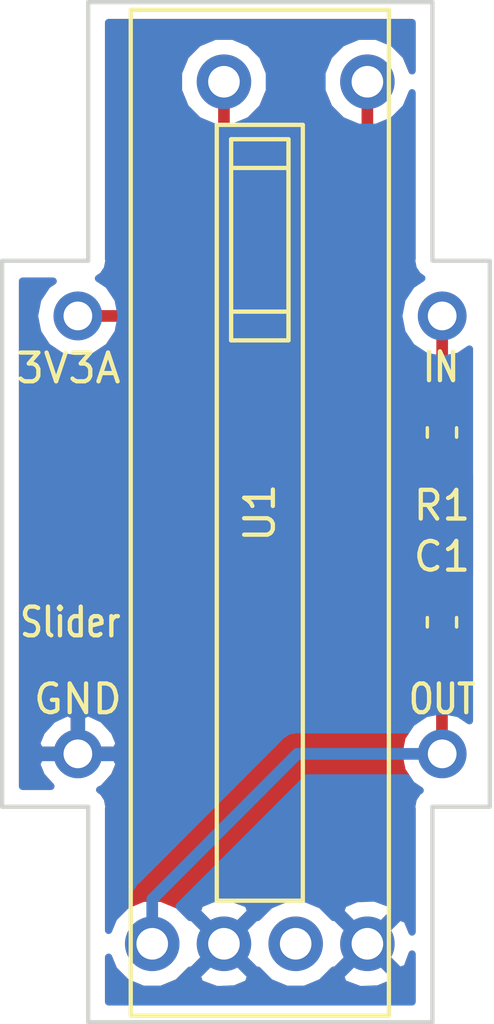
<source format=kicad_pcb>
(kicad_pcb (version 20171130) (host pcbnew "(5.0.0-3-g5ebb6b6)")

  (general
    (thickness 1.6)
    (drawings 17)
    (tracks 13)
    (zones 0)
    (modules 7)
    (nets 7)
  )

  (page A4)
  (layers
    (0 F.Cu signal)
    (31 B.Cu signal)
    (32 B.Adhes user)
    (33 F.Adhes user)
    (34 B.Paste user)
    (35 F.Paste user)
    (36 B.SilkS user)
    (37 F.SilkS user)
    (38 B.Mask user)
    (39 F.Mask user)
    (40 Dwgs.User user)
    (41 Cmts.User user)
    (42 Eco1.User user)
    (43 Eco2.User user)
    (44 Edge.Cuts user)
    (45 Margin user)
    (46 B.CrtYd user hide)
    (47 F.CrtYd user hide)
    (48 B.Fab user hide)
    (49 F.Fab user hide)
  )

  (setup
    (last_trace_width 0.4064)
    (user_trace_width 0.1524)
    (user_trace_width 0.254)
    (user_trace_width 0.4064)
    (user_trace_width 0.635)
    (trace_clearance 0.1524)
    (zone_clearance 0.508)
    (zone_45_only no)
    (trace_min 0.1524)
    (segment_width 0.2)
    (edge_width 0.15)
    (via_size 0.6858)
    (via_drill 0.3048)
    (via_min_size 0.6858)
    (via_min_drill 0.3048)
    (uvia_size 0.3048)
    (uvia_drill 0.1524)
    (uvias_allowed no)
    (uvia_min_size 0.2)
    (uvia_min_drill 0.1)
    (pcb_text_width 0.3)
    (pcb_text_size 1.5 1.5)
    (mod_edge_width 0.15)
    (mod_text_size 1 1)
    (mod_text_width 0.15)
    (pad_size 1.7 1.7)
    (pad_drill 1)
    (pad_to_mask_clearance 0.2)
    (aux_axis_origin 0 0)
    (visible_elements FFFFFF7F)
    (pcbplotparams
      (layerselection 0x010fc_ffffffff)
      (usegerberextensions false)
      (usegerberattributes false)
      (usegerberadvancedattributes false)
      (creategerberjobfile false)
      (excludeedgelayer true)
      (linewidth 0.100000)
      (plotframeref false)
      (viasonmask false)
      (mode 1)
      (useauxorigin false)
      (hpglpennumber 1)
      (hpglpenspeed 20)
      (hpglpendiameter 15.000000)
      (psnegative false)
      (psa4output false)
      (plotreference true)
      (plotvalue true)
      (plotinvisibletext false)
      (padsonsilk false)
      (subtractmaskfromsilk false)
      (outputformat 1)
      (mirror false)
      (drillshape 1)
      (scaleselection 1)
      (outputdirectory ""))
  )

  (net 0 "")
  (net 1 GND)
  (net 2 +3V3)
  (net 3 OUT)
  (net 4 IN)
  (net 5 "Net-(R1-Pad2)")
  (net 6 "Net-(U1-Pad3)")

  (net_class Default "This is the default net class."
    (clearance 0.1524)
    (trace_width 0.1524)
    (via_dia 0.6858)
    (via_drill 0.3048)
    (uvia_dia 0.3048)
    (uvia_drill 0.1524)
    (diff_pair_gap 0.1524)
    (diff_pair_width 0.1524)
    (add_net +3V3)
    (add_net GND)
    (add_net IN)
    (add_net "Net-(R1-Pad2)")
    (add_net "Net-(U1-Pad3)")
    (add_net OUT)
  )

  (module Connector_PinHeader_2.54mm:PinHeader_1x01_P2.54mm_Vertical (layer B.Cu) (tedit 5FD66A3E) (tstamp 5FD72563)
    (at 116.34 73.16 90)
    (descr "Through hole straight pin header, 1x01, 2.54mm pitch, single row")
    (tags "Through hole pin header THT 1x01 2.54mm single row")
    (path /5FD66DA8)
    (fp_text reference J1 (at 0 2.33 90) (layer B.SilkS) hide
      (effects (font (size 1 1) (thickness 0.15)) (justify mirror))
    )
    (fp_text value OUT (at 0 -2.33 90) (layer B.Fab)
      (effects (font (size 1 1) (thickness 0.15)) (justify mirror))
    )
    (fp_line (start -0.635 1.27) (end 1.27 1.27) (layer B.Fab) (width 0.1))
    (fp_line (start 1.27 1.27) (end 1.27 -1.27) (layer B.Fab) (width 0.1))
    (fp_line (start 1.27 -1.27) (end -1.27 -1.27) (layer B.Fab) (width 0.1))
    (fp_line (start -1.27 -1.27) (end -1.27 0.635) (layer B.Fab) (width 0.1))
    (fp_line (start -1.27 0.635) (end -0.635 1.27) (layer B.Fab) (width 0.1))
    (fp_line (start -1.8 1.8) (end -1.8 -1.8) (layer B.CrtYd) (width 0.05))
    (fp_line (start -1.8 -1.8) (end 1.8 -1.8) (layer B.CrtYd) (width 0.05))
    (fp_line (start 1.8 -1.8) (end 1.8 1.8) (layer B.CrtYd) (width 0.05))
    (fp_line (start 1.8 1.8) (end -1.8 1.8) (layer B.CrtYd) (width 0.05))
    (fp_text user %R (at 0 0) (layer B.Fab)
      (effects (font (size 1 1) (thickness 0.15)) (justify mirror))
    )
    (pad 1 thru_hole oval (at 0 0 90) (size 1.7 1.7) (drill 1) (layers *.Cu *.Mask)
      (net 3 OUT))
    (model ${KISYS3DMOD}/Connector_PinHeader_2.54mm.3dshapes/PinHeader_1x01_P2.54mm_Vertical.wrl
      (at (xyz 0 0 0))
      (scale (xyz 1 1 1))
      (rotate (xyz 0 0 0))
    )
  )

  (module Connector_PinHeader_2.54mm:PinHeader_1x01_P2.54mm_Vertical (layer B.Cu) (tedit 5FD668A8) (tstamp 5FD7258B)
    (at 103.64 73.16)
    (descr "Through hole straight pin header, 1x01, 2.54mm pitch, single row")
    (tags "Through hole pin header THT 1x01 2.54mm single row")
    (path /5FD67065)
    (fp_text reference J4 (at 0 2.33) (layer B.SilkS) hide
      (effects (font (size 1 1) (thickness 0.15)) (justify mirror))
    )
    (fp_text value GND (at 0 -2.33) (layer B.Fab)
      (effects (font (size 1 1) (thickness 0.15)) (justify mirror))
    )
    (fp_text user %R (at 0 0 -90) (layer B.Fab)
      (effects (font (size 1 1) (thickness 0.15)) (justify mirror))
    )
    (fp_line (start 1.8 1.8) (end -1.8 1.8) (layer B.CrtYd) (width 0.05))
    (fp_line (start 1.8 -1.8) (end 1.8 1.8) (layer B.CrtYd) (width 0.05))
    (fp_line (start -1.8 -1.8) (end 1.8 -1.8) (layer B.CrtYd) (width 0.05))
    (fp_line (start -1.8 1.8) (end -1.8 -1.8) (layer B.CrtYd) (width 0.05))
    (fp_line (start -1.27 0.635) (end -0.635 1.27) (layer B.Fab) (width 0.1))
    (fp_line (start -1.27 -1.27) (end -1.27 0.635) (layer B.Fab) (width 0.1))
    (fp_line (start 1.27 -1.27) (end -1.27 -1.27) (layer B.Fab) (width 0.1))
    (fp_line (start 1.27 1.27) (end 1.27 -1.27) (layer B.Fab) (width 0.1))
    (fp_line (start -0.635 1.27) (end 1.27 1.27) (layer B.Fab) (width 0.1))
    (pad 1 thru_hole oval (at 0 0) (size 1.7 1.7) (drill 1) (layers *.Cu *.Mask)
      (net 1 GND))
    (model ${KISYS3DMOD}/Connector_PinHeader_2.54mm.3dshapes/PinHeader_1x01_P2.54mm_Vertical.wrl
      (at (xyz 0 0 0))
      (scale (xyz 1 1 1))
      (rotate (xyz 0 0 0))
    )
  )

  (module Connector_PinHeader_2.54mm:PinHeader_1x01_P2.54mm_Vertical (layer B.Cu) (tedit 5FCAE95B) (tstamp 5FCAF4A8)
    (at 116.34 57.92 90)
    (descr "Through hole straight pin header, 1x01, 2.54mm pitch, single row")
    (tags "Through hole pin header THT 1x01 2.54mm single row")
    (path /5FC933AD)
    (fp_text reference J2 (at 0 2.33 90) (layer B.SilkS) hide
      (effects (font (size 1 1) (thickness 0.15)) (justify mirror))
    )
    (fp_text value OUT (at 0 -2.33 90) (layer B.Fab)
      (effects (font (size 1 1) (thickness 0.15)) (justify mirror))
    )
    (fp_line (start -0.635 1.27) (end 1.27 1.27) (layer B.Fab) (width 0.1))
    (fp_line (start 1.27 1.27) (end 1.27 -1.27) (layer B.Fab) (width 0.1))
    (fp_line (start 1.27 -1.27) (end -1.27 -1.27) (layer B.Fab) (width 0.1))
    (fp_line (start -1.27 -1.27) (end -1.27 0.635) (layer B.Fab) (width 0.1))
    (fp_line (start -1.27 0.635) (end -0.635 1.27) (layer B.Fab) (width 0.1))
    (fp_line (start -1.8 1.8) (end -1.8 -1.8) (layer B.CrtYd) (width 0.05))
    (fp_line (start -1.8 -1.8) (end 1.8 -1.8) (layer B.CrtYd) (width 0.05))
    (fp_line (start 1.8 -1.8) (end 1.8 1.8) (layer B.CrtYd) (width 0.05))
    (fp_line (start 1.8 1.8) (end -1.8 1.8) (layer B.CrtYd) (width 0.05))
    (fp_text user %R (at 0 0) (layer B.Fab)
      (effects (font (size 1 1) (thickness 0.15)) (justify mirror))
    )
    (pad 1 thru_hole oval (at 0 0 90) (size 1.7 1.7) (drill 1) (layers *.Cu *.Mask)
      (net 4 IN))
    (model ${KISYS3DMOD}/Connector_PinHeader_2.54mm.3dshapes/PinHeader_1x01_P2.54mm_Vertical.wrl
      (at (xyz 0 0 0))
      (scale (xyz 1 1 1))
      (rotate (xyz 0 0 0))
    )
  )

  (module Connector_PinHeader_2.54mm:PinHeader_1x01_P2.54mm_Vertical (layer B.Cu) (tedit 5FCAE91A) (tstamp 5FCAF4BC)
    (at 103.64 57.92 270)
    (descr "Through hole straight pin header, 1x01, 2.54mm pitch, single row")
    (tags "Through hole pin header THT 1x01 2.54mm single row")
    (path /5FD66735)
    (fp_text reference J3 (at 0 2.33 270) (layer B.SilkS) hide
      (effects (font (size 1 1) (thickness 0.15)) (justify mirror))
    )
    (fp_text value GND (at 0 -2.33 270) (layer B.Fab)
      (effects (font (size 1 1) (thickness 0.15)) (justify mirror))
    )
    (fp_text user %R (at 0 0 180) (layer B.Fab)
      (effects (font (size 1 1) (thickness 0.15)) (justify mirror))
    )
    (fp_line (start 1.8 1.8) (end -1.8 1.8) (layer B.CrtYd) (width 0.05))
    (fp_line (start 1.8 -1.8) (end 1.8 1.8) (layer B.CrtYd) (width 0.05))
    (fp_line (start -1.8 -1.8) (end 1.8 -1.8) (layer B.CrtYd) (width 0.05))
    (fp_line (start -1.8 1.8) (end -1.8 -1.8) (layer B.CrtYd) (width 0.05))
    (fp_line (start -1.27 0.635) (end -0.635 1.27) (layer B.Fab) (width 0.1))
    (fp_line (start -1.27 -1.27) (end -1.27 0.635) (layer B.Fab) (width 0.1))
    (fp_line (start 1.27 1.27) (end 1.27 -1.27) (layer B.Fab) (width 0.1))
    (fp_line (start -0.635 1.27) (end 1.27 1.27) (layer B.Fab) (width 0.1))
    (pad 1 thru_hole oval (at 0 0 270) (size 1.7 1.7) (drill 1) (layers *.Cu *.Mask)
      (net 2 +3V3))
    (model ${KISYS3DMOD}/Connector_PinHeader_2.54mm.3dshapes/PinHeader_1x01_P2.54mm_Vertical.wrl
      (at (xyz 0 0 0))
      (scale (xyz 1 1 1))
      (rotate (xyz 0 0 0))
    )
  )

  (module Capacitor_SMD:C_0603_1608Metric (layer F.Cu) (tedit 5B301BBE) (tstamp 5FCB0D8A)
    (at 116.332 68.58 90)
    (descr "Capacitor SMD 0603 (1608 Metric), square (rectangular) end terminal, IPC_7351 nominal, (Body size source: http://www.tortai-tech.com/upload/download/2011102023233369053.pdf), generated with kicad-footprint-generator")
    (tags capacitor)
    (path /5FD66092)
    (attr smd)
    (fp_text reference C1 (at 2.286 0) (layer F.SilkS)
      (effects (font (size 1 1) (thickness 0.15)))
    )
    (fp_text value 100n (at 0 1.43 90) (layer F.Fab)
      (effects (font (size 1 1) (thickness 0.15)))
    )
    (fp_line (start -0.8 0.4) (end -0.8 -0.4) (layer F.Fab) (width 0.1))
    (fp_line (start -0.8 -0.4) (end 0.8 -0.4) (layer F.Fab) (width 0.1))
    (fp_line (start 0.8 -0.4) (end 0.8 0.4) (layer F.Fab) (width 0.1))
    (fp_line (start 0.8 0.4) (end -0.8 0.4) (layer F.Fab) (width 0.1))
    (fp_line (start -0.162779 -0.51) (end 0.162779 -0.51) (layer F.SilkS) (width 0.12))
    (fp_line (start -0.162779 0.51) (end 0.162779 0.51) (layer F.SilkS) (width 0.12))
    (fp_line (start -1.48 0.73) (end -1.48 -0.73) (layer F.CrtYd) (width 0.05))
    (fp_line (start -1.48 -0.73) (end 1.48 -0.73) (layer F.CrtYd) (width 0.05))
    (fp_line (start 1.48 -0.73) (end 1.48 0.73) (layer F.CrtYd) (width 0.05))
    (fp_line (start 1.48 0.73) (end -1.48 0.73) (layer F.CrtYd) (width 0.05))
    (fp_text user %R (at 0 0 90) (layer F.Fab)
      (effects (font (size 0.4 0.4) (thickness 0.06)))
    )
    (pad 1 smd roundrect (at -0.7875 0 90) (size 0.875 0.95) (layers F.Cu F.Paste F.Mask) (roundrect_rratio 0.25)
      (net 3 OUT))
    (pad 2 smd roundrect (at 0.7875 0 90) (size 0.875 0.95) (layers F.Cu F.Paste F.Mask) (roundrect_rratio 0.25)
      (net 1 GND))
    (model ${KISYS3DMOD}/Capacitor_SMD.3dshapes/C_0603_1608Metric.wrl
      (at (xyz 0 0 0))
      (scale (xyz 1 1 1))
      (rotate (xyz 0 0 0))
    )
  )

  (module Resistor_SMD:R_0603_1608Metric (layer F.Cu) (tedit 5B301BBD) (tstamp 5FD7240C)
    (at 116.332 61.976 270)
    (descr "Resistor SMD 0603 (1608 Metric), square (rectangular) end terminal, IPC_7351 nominal, (Body size source: http://www.tortai-tech.com/upload/download/2011102023233369053.pdf), generated with kicad-footprint-generator")
    (tags resistor)
    (path /5FD66488)
    (attr smd)
    (fp_text reference R1 (at 2.54 0) (layer F.SilkS)
      (effects (font (size 1 1) (thickness 0.15)))
    )
    (fp_text value 15k (at 0 1.43 270) (layer F.Fab)
      (effects (font (size 1 1) (thickness 0.15)))
    )
    (fp_line (start -0.8 0.4) (end -0.8 -0.4) (layer F.Fab) (width 0.1))
    (fp_line (start -0.8 -0.4) (end 0.8 -0.4) (layer F.Fab) (width 0.1))
    (fp_line (start 0.8 -0.4) (end 0.8 0.4) (layer F.Fab) (width 0.1))
    (fp_line (start 0.8 0.4) (end -0.8 0.4) (layer F.Fab) (width 0.1))
    (fp_line (start -0.162779 -0.51) (end 0.162779 -0.51) (layer F.SilkS) (width 0.12))
    (fp_line (start -0.162779 0.51) (end 0.162779 0.51) (layer F.SilkS) (width 0.12))
    (fp_line (start -1.48 0.73) (end -1.48 -0.73) (layer F.CrtYd) (width 0.05))
    (fp_line (start -1.48 -0.73) (end 1.48 -0.73) (layer F.CrtYd) (width 0.05))
    (fp_line (start 1.48 -0.73) (end 1.48 0.73) (layer F.CrtYd) (width 0.05))
    (fp_line (start 1.48 0.73) (end -1.48 0.73) (layer F.CrtYd) (width 0.05))
    (fp_text user %R (at 0 0 270) (layer F.Fab)
      (effects (font (size 0.4 0.4) (thickness 0.06)))
    )
    (pad 1 smd roundrect (at -0.7875 0 270) (size 0.875 0.95) (layers F.Cu F.Paste F.Mask) (roundrect_rratio 0.25)
      (net 4 IN))
    (pad 2 smd roundrect (at 0.7875 0 270) (size 0.875 0.95) (layers F.Cu F.Paste F.Mask) (roundrect_rratio 0.25)
      (net 5 "Net-(R1-Pad2)"))
    (model ${KISYS3DMOD}/Resistor_SMD.3dshapes/R_0603_1608Metric.wrl
      (at (xyz 0 0 0))
      (scale (xyz 1 1 1))
      (rotate (xyz 0 0 0))
    )
  )

  (module Package_Bourns:PTL20 (layer F.Cu) (tedit 5FD65C43) (tstamp 5FD729D0)
    (at 109.982 64.77 90)
    (path /5FD65E7D)
    (fp_text reference U1 (at 0 0 90) (layer F.SilkS)
      (effects (font (size 1 1) (thickness 0.15)))
    )
    (fp_text value PTL (at 0 -2.5 90) (layer F.Fab)
      (effects (font (size 1 1) (thickness 0.15)))
    )
    (fp_line (start -17.5 -4.5) (end 17.5 -4.5) (layer F.SilkS) (width 0.15))
    (fp_line (start 17.5 -4.5) (end 17.5 4.5) (layer F.SilkS) (width 0.15))
    (fp_line (start 17.5 4.5) (end -17.5 4.5) (layer F.SilkS) (width 0.15))
    (fp_line (start -17.5 4.5) (end -17.5 -4.5) (layer F.SilkS) (width 0.15))
    (fp_line (start -13.5 -1.5) (end 13.5 -1.5) (layer F.SilkS) (width 0.15))
    (fp_line (start 13.5 -1.5) (end 13.5 1.5) (layer F.SilkS) (width 0.15))
    (fp_line (start 13.5 1.5) (end -13.5 1.5) (layer F.SilkS) (width 0.15))
    (fp_line (start -13.5 1.5) (end -13.5 -1.5) (layer F.SilkS) (width 0.15))
    (fp_line (start 13 -1) (end 6 -1) (layer F.SilkS) (width 0.15))
    (fp_line (start 6 -1) (end 6 1) (layer F.SilkS) (width 0.15))
    (fp_line (start 6 1) (end 13 1) (layer F.SilkS) (width 0.15))
    (fp_line (start 13 1) (end 13 -1) (layer F.SilkS) (width 0.15))
    (fp_line (start 7 -1) (end 7 1) (layer F.SilkS) (width 0.15))
    (fp_line (start 12 -1) (end 12 1) (layer F.SilkS) (width 0.15))
    (pad 1 thru_hole circle (at -15 -3.75 90) (size 1.9 1.9) (drill 1.1) (layers *.Cu *.Mask)
      (net 3 OUT))
    (pad 2 thru_hole circle (at -15 -1.25 90) (size 1.9 1.9) (drill 1.1) (layers *.Cu *.Mask)
      (net 1 GND))
    (pad 3 thru_hole circle (at -15 1.25 90) (size 1.9 1.9) (drill 1.1) (layers *.Cu *.Mask)
      (net 6 "Net-(U1-Pad3)"))
    (pad 4 thru_hole circle (at -15 3.75 90) (size 1.9 1.9) (drill 1.1) (layers *.Cu *.Mask)
      (net 1 GND))
    (pad 5 thru_hole circle (at 15 3.75 90) (size 1.9 1.9) (drill 1.1) (layers *.Cu *.Mask)
      (net 5 "Net-(R1-Pad2)"))
    (pad 6 thru_hole circle (at 15 -1.25 90) (size 1.9 1.9) (drill 1.1) (layers *.Cu *.Mask)
      (net 2 +3V3))
  )

  (gr_line (start 116 56) (end 118 56) (layer Edge.Cuts) (width 0.15))
  (gr_line (start 116 47) (end 116 56) (layer Edge.Cuts) (width 0.15))
  (gr_line (start 104 47) (end 116 47) (layer Edge.Cuts) (width 0.15))
  (gr_line (start 104 56) (end 104 47) (layer Edge.Cuts) (width 0.15))
  (gr_line (start 101 56) (end 104 56) (layer Edge.Cuts) (width 0.15))
  (gr_line (start 116 75) (end 118 75) (layer Edge.Cuts) (width 0.15))
  (gr_line (start 116 82.5) (end 116 75) (layer Edge.Cuts) (width 0.15))
  (gr_line (start 104 82.5) (end 116 82.5) (layer Edge.Cuts) (width 0.15))
  (gr_line (start 104 75) (end 104 82.5) (layer Edge.Cuts) (width 0.15))
  (gr_line (start 101 75) (end 104 75) (layer Edge.Cuts) (width 0.15))
  (gr_text IN (at 116.3 59.7) (layer F.SilkS) (tstamp 5FCAF8E4)
    (effects (font (size 1 0.8) (thickness 0.15)))
  )
  (gr_text Slider (at 103.378 68.58) (layer F.SilkS) (tstamp 5FC9695F)
    (effects (font (size 1 0.8) (thickness 0.15)))
  )
  (gr_line (start 101 56) (end 101 75) (layer Edge.Cuts) (width 0.15))
  (gr_line (start 118 75) (end 118 56) (layer Edge.Cuts) (width 0.15))
  (gr_text OUT (at 116.34 71.255) (layer F.SilkS) (tstamp 5FCA3192)
    (effects (font (size 1 0.8) (thickness 0.15)))
  )
  (gr_text GND (at 103.64 71.255) (layer F.SilkS) (tstamp 5FCA3176)
    (effects (font (size 1 1) (thickness 0.15)))
  )
  (gr_text 3V3A (at 103.31 59.74) (layer F.SilkS) (tstamp 5FCAFDD6)
    (effects (font (size 1 1) (thickness 0.15)))
  )

  (segment (start 108.732 54.778) (end 108.732 49.77) (width 0.4064) (layer F.Cu) (net 2))
  (segment (start 105.59 57.92) (end 108.732 54.778) (width 0.4064) (layer F.Cu) (net 2))
  (segment (start 103.64 57.92) (end 105.59 57.92) (width 0.4064) (layer F.Cu) (net 2))
  (segment (start 111.29 73.16) (end 116.34 73.16) (width 0.4064) (layer B.Cu) (net 3))
  (segment (start 106.232 78.218) (end 111.29 73.16) (width 0.4064) (layer B.Cu) (net 3))
  (segment (start 106.232 79.77) (end 106.232 78.218) (width 0.4064) (layer B.Cu) (net 3))
  (segment (start 116.332 73.152) (end 116.34 73.16) (width 0.4064) (layer F.Cu) (net 3))
  (segment (start 116.332 69.3675) (end 116.332 73.152) (width 0.4064) (layer F.Cu) (net 3))
  (segment (start 116.34 61.1805) (end 116.332 61.1885) (width 0.4064) (layer F.Cu) (net 4))
  (segment (start 116.34 57.92) (end 116.34 61.1805) (width 0.4064) (layer F.Cu) (net 4))
  (segment (start 113.732 61.222) (end 113.732 49.77) (width 0.4064) (layer F.Cu) (net 5))
  (segment (start 115.2735 62.7635) (end 113.732 61.222) (width 0.4064) (layer F.Cu) (net 5))
  (segment (start 116.332 62.7635) (end 115.2735 62.7635) (width 0.4064) (layer F.Cu) (net 5))

  (zone (net 1) (net_name GND) (layer F.Cu) (tstamp 0) (hatch edge 0.508)
    (connect_pads (clearance 0.508))
    (min_thickness 0.254)
    (fill yes (arc_segments 16) (thermal_gap 0.508) (thermal_bridge_width 0.508))
    (polygon
      (pts
        (xy 101 56) (xy 104 56) (xy 104 47) (xy 116 47) (xy 116 56)
        (xy 118 56) (xy 118 75) (xy 116 75) (xy 116 82.5) (xy 104 82.5)
        (xy 104 75) (xy 101 75)
      )
    )
    (filled_polygon
      (pts
        (xy 115.29 49.389541) (xy 115.075698 48.87217) (xy 114.62983 48.426302) (xy 114.047276 48.185) (xy 113.416724 48.185)
        (xy 112.83417 48.426302) (xy 112.388302 48.87217) (xy 112.147 49.454724) (xy 112.147 50.085276) (xy 112.388302 50.66783)
        (xy 112.83417 51.113698) (xy 112.893801 51.138398) (xy 112.8938 61.139451) (xy 112.87738 61.222) (xy 112.8938 61.304549)
        (xy 112.8938 61.304553) (xy 112.942433 61.549048) (xy 113.127692 61.826308) (xy 113.197679 61.873072) (xy 114.62243 63.297824)
        (xy 114.669192 63.367808) (xy 114.739176 63.41457) (xy 114.739177 63.414571) (xy 114.852745 63.490455) (xy 114.946451 63.553067)
        (xy 115.190946 63.6017) (xy 115.19095 63.6017) (xy 115.273499 63.61812) (xy 115.356048 63.6017) (xy 115.473679 63.6017)
        (xy 115.744273 63.782505) (xy 116.07575 63.84844) (xy 116.58825 63.84844) (xy 116.919727 63.782505) (xy 117.200739 63.594739)
        (xy 117.290001 63.461149) (xy 117.29 66.939975) (xy 117.166699 66.816673) (xy 116.93331 66.72) (xy 116.61775 66.72)
        (xy 116.459 66.87875) (xy 116.459 67.6655) (xy 116.479 67.6655) (xy 116.479 67.9195) (xy 116.459 67.9195)
        (xy 116.459 67.9395) (xy 116.205 67.9395) (xy 116.205 67.9195) (xy 115.38075 67.9195) (xy 115.222 68.07825)
        (xy 115.222 68.356309) (xy 115.318673 68.589698) (xy 115.383943 68.654969) (xy 115.275495 68.817273) (xy 115.20956 69.14875)
        (xy 115.20956 69.58625) (xy 115.275495 69.917727) (xy 115.463261 70.198739) (xy 115.4938 70.219145) (xy 115.493801 71.939419)
        (xy 115.269375 72.089375) (xy 114.941161 72.580582) (xy 114.825908 73.16) (xy 114.941161 73.739418) (xy 115.269375 74.230625)
        (xy 115.57143 74.432452) (xy 115.488119 74.488119) (xy 115.331195 74.722972) (xy 115.276091 75) (xy 115.290001 75.069931)
        (xy 115.29 79.360305) (xy 115.110019 78.925792) (xy 114.84835 78.833255) (xy 113.911605 79.77) (xy 114.84835 80.706745)
        (xy 115.110019 80.614208) (xy 115.29 80.126155) (xy 115.29 81.79) (xy 104.71 81.79) (xy 104.71 80.237371)
        (xy 104.888302 80.66783) (xy 105.33417 81.113698) (xy 105.916724 81.355) (xy 106.547276 81.355) (xy 107.12983 81.113698)
        (xy 107.357178 80.88635) (xy 107.795255 80.88635) (xy 107.887792 81.148019) (xy 108.479398 81.366188) (xy 109.109461 81.341352)
        (xy 109.576208 81.148019) (xy 109.668745 80.88635) (xy 108.732 79.949605) (xy 107.795255 80.88635) (xy 107.357178 80.88635)
        (xy 107.557387 80.686141) (xy 107.61565 80.706745) (xy 108.552395 79.77) (xy 108.911605 79.77) (xy 109.84835 80.706745)
        (xy 109.906613 80.686141) (xy 110.33417 81.113698) (xy 110.916724 81.355) (xy 111.547276 81.355) (xy 112.12983 81.113698)
        (xy 112.357178 80.88635) (xy 112.795255 80.88635) (xy 112.887792 81.148019) (xy 113.479398 81.366188) (xy 114.109461 81.341352)
        (xy 114.576208 81.148019) (xy 114.668745 80.88635) (xy 113.732 79.949605) (xy 112.795255 80.88635) (xy 112.357178 80.88635)
        (xy 112.557387 80.686141) (xy 112.61565 80.706745) (xy 113.552395 79.77) (xy 112.61565 78.833255) (xy 112.557387 78.853859)
        (xy 112.357178 78.65365) (xy 112.795255 78.65365) (xy 113.732 79.590395) (xy 114.668745 78.65365) (xy 114.576208 78.391981)
        (xy 113.984602 78.173812) (xy 113.354539 78.198648) (xy 112.887792 78.391981) (xy 112.795255 78.65365) (xy 112.357178 78.65365)
        (xy 112.12983 78.426302) (xy 111.547276 78.185) (xy 110.916724 78.185) (xy 110.33417 78.426302) (xy 109.906613 78.853859)
        (xy 109.84835 78.833255) (xy 108.911605 79.77) (xy 108.552395 79.77) (xy 107.61565 78.833255) (xy 107.557387 78.853859)
        (xy 107.357178 78.65365) (xy 107.795255 78.65365) (xy 108.732 79.590395) (xy 109.668745 78.65365) (xy 109.576208 78.391981)
        (xy 108.984602 78.173812) (xy 108.354539 78.198648) (xy 107.887792 78.391981) (xy 107.795255 78.65365) (xy 107.357178 78.65365)
        (xy 107.12983 78.426302) (xy 106.547276 78.185) (xy 105.916724 78.185) (xy 105.33417 78.426302) (xy 104.888302 78.87217)
        (xy 104.71 79.302629) (xy 104.71 75.069925) (xy 104.723909 75) (xy 104.668805 74.722972) (xy 104.511881 74.488119)
        (xy 104.398957 74.412666) (xy 104.521358 74.355183) (xy 104.911645 73.926924) (xy 105.081476 73.51689) (xy 104.960155 73.287)
        (xy 103.767 73.287) (xy 103.767 73.307) (xy 103.513 73.307) (xy 103.513 73.287) (xy 102.319845 73.287)
        (xy 102.198524 73.51689) (xy 102.368355 73.926924) (xy 102.699239 74.29) (xy 101.71 74.29) (xy 101.71 72.80311)
        (xy 102.198524 72.80311) (xy 102.319845 73.033) (xy 103.513 73.033) (xy 103.513 71.839181) (xy 103.767 71.839181)
        (xy 103.767 73.033) (xy 104.960155 73.033) (xy 105.081476 72.80311) (xy 104.911645 72.393076) (xy 104.521358 71.964817)
        (xy 103.996892 71.718514) (xy 103.767 71.839181) (xy 103.513 71.839181) (xy 103.283108 71.718514) (xy 102.758642 71.964817)
        (xy 102.368355 72.393076) (xy 102.198524 72.80311) (xy 101.71 72.80311) (xy 101.71 67.228691) (xy 115.222 67.228691)
        (xy 115.222 67.50675) (xy 115.38075 67.6655) (xy 116.205 67.6655) (xy 116.205 66.87875) (xy 116.04625 66.72)
        (xy 115.73069 66.72) (xy 115.497301 66.816673) (xy 115.318673 66.995302) (xy 115.222 67.228691) (xy 101.71 67.228691)
        (xy 101.71 56.71) (xy 102.777964 56.71) (xy 102.569375 56.849375) (xy 102.241161 57.340582) (xy 102.125908 57.92)
        (xy 102.241161 58.499418) (xy 102.569375 58.990625) (xy 103.060582 59.318839) (xy 103.493744 59.405) (xy 103.786256 59.405)
        (xy 104.219418 59.318839) (xy 104.710625 58.990625) (xy 104.865926 58.7582) (xy 105.507451 58.7582) (xy 105.59 58.77462)
        (xy 105.672549 58.7582) (xy 105.672554 58.7582) (xy 105.917049 58.709567) (xy 106.194308 58.524308) (xy 106.241072 58.454321)
        (xy 109.266325 55.429069) (xy 109.336308 55.382308) (xy 109.397987 55.29) (xy 109.521566 55.10505) (xy 109.521567 55.105049)
        (xy 109.5702 54.860554) (xy 109.5702 54.86055) (xy 109.58662 54.778001) (xy 109.5702 54.695452) (xy 109.5702 51.138398)
        (xy 109.62983 51.113698) (xy 110.075698 50.66783) (xy 110.317 50.085276) (xy 110.317 49.454724) (xy 110.075698 48.87217)
        (xy 109.62983 48.426302) (xy 109.047276 48.185) (xy 108.416724 48.185) (xy 107.83417 48.426302) (xy 107.388302 48.87217)
        (xy 107.147 49.454724) (xy 107.147 50.085276) (xy 107.388302 50.66783) (xy 107.83417 51.113698) (xy 107.893801 51.138398)
        (xy 107.8938 54.430806) (xy 105.242807 57.0818) (xy 104.865926 57.0818) (xy 104.710625 56.849375) (xy 104.358705 56.61423)
        (xy 104.511881 56.511881) (xy 104.668805 56.277028) (xy 104.723909 56) (xy 104.71 55.930074) (xy 104.71 47.71)
        (xy 115.29 47.71)
      )
    )
  )
  (zone (net 1) (net_name GND) (layer B.Cu) (tstamp 0) (hatch edge 0.508)
    (connect_pads (clearance 0.508))
    (min_thickness 0.254)
    (fill yes (arc_segments 16) (thermal_gap 0.508) (thermal_bridge_width 0.508))
    (polygon
      (pts
        (xy 101 56) (xy 104 56) (xy 104 47) (xy 116 47) (xy 116 56)
        (xy 118 56) (xy 118 75) (xy 116 75) (xy 116 82.5) (xy 104 82.5)
        (xy 104 75) (xy 101 75)
      )
    )
    (filled_polygon
      (pts
        (xy 115.269375 74.230625) (xy 115.57143 74.432452) (xy 115.488119 74.488119) (xy 115.331195 74.722972) (xy 115.276091 75)
        (xy 115.290001 75.069931) (xy 115.29 79.360305) (xy 115.110019 78.925792) (xy 114.84835 78.833255) (xy 113.911605 79.77)
        (xy 114.84835 80.706745) (xy 115.110019 80.614208) (xy 115.29 80.126155) (xy 115.29 81.79) (xy 104.71 81.79)
        (xy 104.71 80.237371) (xy 104.888302 80.66783) (xy 105.33417 81.113698) (xy 105.916724 81.355) (xy 106.547276 81.355)
        (xy 107.12983 81.113698) (xy 107.357178 80.88635) (xy 107.795255 80.88635) (xy 107.887792 81.148019) (xy 108.479398 81.366188)
        (xy 109.109461 81.341352) (xy 109.576208 81.148019) (xy 109.668745 80.88635) (xy 108.732 79.949605) (xy 107.795255 80.88635)
        (xy 107.357178 80.88635) (xy 107.557387 80.686141) (xy 107.61565 80.706745) (xy 108.552395 79.77) (xy 108.911605 79.77)
        (xy 109.84835 80.706745) (xy 109.906613 80.686141) (xy 110.33417 81.113698) (xy 110.916724 81.355) (xy 111.547276 81.355)
        (xy 112.12983 81.113698) (xy 112.357178 80.88635) (xy 112.795255 80.88635) (xy 112.887792 81.148019) (xy 113.479398 81.366188)
        (xy 114.109461 81.341352) (xy 114.576208 81.148019) (xy 114.668745 80.88635) (xy 113.732 79.949605) (xy 112.795255 80.88635)
        (xy 112.357178 80.88635) (xy 112.557387 80.686141) (xy 112.61565 80.706745) (xy 113.552395 79.77) (xy 112.61565 78.833255)
        (xy 112.557387 78.853859) (xy 112.357178 78.65365) (xy 112.795255 78.65365) (xy 113.732 79.590395) (xy 114.668745 78.65365)
        (xy 114.576208 78.391981) (xy 113.984602 78.173812) (xy 113.354539 78.198648) (xy 112.887792 78.391981) (xy 112.795255 78.65365)
        (xy 112.357178 78.65365) (xy 112.12983 78.426302) (xy 111.547276 78.185) (xy 110.916724 78.185) (xy 110.33417 78.426302)
        (xy 109.906613 78.853859) (xy 109.84835 78.833255) (xy 108.911605 79.77) (xy 108.552395 79.77) (xy 107.61565 78.833255)
        (xy 107.557387 78.853859) (xy 107.357178 78.65365) (xy 107.795255 78.65365) (xy 108.732 79.590395) (xy 109.668745 78.65365)
        (xy 109.576208 78.391981) (xy 108.984602 78.173812) (xy 108.354539 78.198648) (xy 107.887792 78.391981) (xy 107.795255 78.65365)
        (xy 107.357178 78.65365) (xy 107.169461 78.465933) (xy 111.637194 73.9982) (xy 115.114074 73.9982)
      )
    )
    (filled_polygon
      (pts
        (xy 115.29 49.389541) (xy 115.075698 48.87217) (xy 114.62983 48.426302) (xy 114.047276 48.185) (xy 113.416724 48.185)
        (xy 112.83417 48.426302) (xy 112.388302 48.87217) (xy 112.147 49.454724) (xy 112.147 50.085276) (xy 112.388302 50.66783)
        (xy 112.83417 51.113698) (xy 113.416724 51.355) (xy 114.047276 51.355) (xy 114.62983 51.113698) (xy 115.075698 50.66783)
        (xy 115.29 50.150459) (xy 115.290001 55.930069) (xy 115.276091 56) (xy 115.331195 56.277028) (xy 115.488119 56.511881)
        (xy 115.631295 56.607548) (xy 115.269375 56.849375) (xy 114.941161 57.340582) (xy 114.825908 57.92) (xy 114.941161 58.499418)
        (xy 115.269375 58.990625) (xy 115.760582 59.318839) (xy 116.193744 59.405) (xy 116.486256 59.405) (xy 116.919418 59.318839)
        (xy 117.290001 59.071223) (xy 117.29 72.008776) (xy 116.919418 71.761161) (xy 116.486256 71.675) (xy 116.193744 71.675)
        (xy 115.760582 71.761161) (xy 115.269375 72.089375) (xy 115.114074 72.3218) (xy 111.372548 72.3218) (xy 111.289999 72.30538)
        (xy 111.20745 72.3218) (xy 111.207446 72.3218) (xy 110.962951 72.370433) (xy 110.869245 72.433045) (xy 110.755677 72.508929)
        (xy 110.755676 72.50893) (xy 110.685692 72.555692) (xy 110.63893 72.625676) (xy 105.697677 77.56693) (xy 105.627693 77.613692)
        (xy 105.580931 77.683676) (xy 105.580929 77.683678) (xy 105.442434 77.890951) (xy 105.37738 78.218) (xy 105.393801 78.300554)
        (xy 105.393801 78.401602) (xy 105.33417 78.426302) (xy 104.888302 78.87217) (xy 104.71 79.302629) (xy 104.71 75.069925)
        (xy 104.723909 75) (xy 104.668805 74.722972) (xy 104.511881 74.488119) (xy 104.398957 74.412666) (xy 104.521358 74.355183)
        (xy 104.911645 73.926924) (xy 105.081476 73.51689) (xy 104.960155 73.287) (xy 103.767 73.287) (xy 103.767 73.307)
        (xy 103.513 73.307) (xy 103.513 73.287) (xy 102.319845 73.287) (xy 102.198524 73.51689) (xy 102.368355 73.926924)
        (xy 102.699239 74.29) (xy 101.71 74.29) (xy 101.71 72.80311) (xy 102.198524 72.80311) (xy 102.319845 73.033)
        (xy 103.513 73.033) (xy 103.513 71.839181) (xy 103.767 71.839181) (xy 103.767 73.033) (xy 104.960155 73.033)
        (xy 105.081476 72.80311) (xy 104.911645 72.393076) (xy 104.521358 71.964817) (xy 103.996892 71.718514) (xy 103.767 71.839181)
        (xy 103.513 71.839181) (xy 103.283108 71.718514) (xy 102.758642 71.964817) (xy 102.368355 72.393076) (xy 102.198524 72.80311)
        (xy 101.71 72.80311) (xy 101.71 56.71) (xy 102.777964 56.71) (xy 102.569375 56.849375) (xy 102.241161 57.340582)
        (xy 102.125908 57.92) (xy 102.241161 58.499418) (xy 102.569375 58.990625) (xy 103.060582 59.318839) (xy 103.493744 59.405)
        (xy 103.786256 59.405) (xy 104.219418 59.318839) (xy 104.710625 58.990625) (xy 105.038839 58.499418) (xy 105.154092 57.92)
        (xy 105.038839 57.340582) (xy 104.710625 56.849375) (xy 104.358705 56.61423) (xy 104.511881 56.511881) (xy 104.668805 56.277028)
        (xy 104.723909 56) (xy 104.71 55.930074) (xy 104.71 49.454724) (xy 107.147 49.454724) (xy 107.147 50.085276)
        (xy 107.388302 50.66783) (xy 107.83417 51.113698) (xy 108.416724 51.355) (xy 109.047276 51.355) (xy 109.62983 51.113698)
        (xy 110.075698 50.66783) (xy 110.317 50.085276) (xy 110.317 49.454724) (xy 110.075698 48.87217) (xy 109.62983 48.426302)
        (xy 109.047276 48.185) (xy 108.416724 48.185) (xy 107.83417 48.426302) (xy 107.388302 48.87217) (xy 107.147 49.454724)
        (xy 104.71 49.454724) (xy 104.71 47.71) (xy 115.29 47.71)
      )
    )
  )
)

</source>
